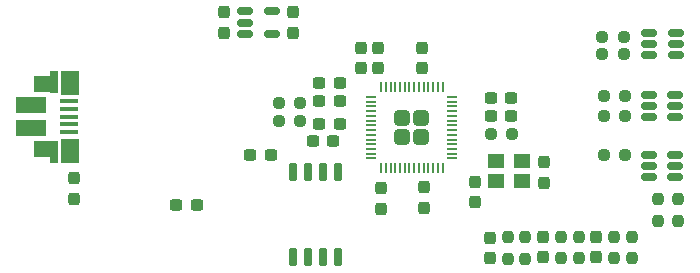
<source format=gbr>
%TF.GenerationSoftware,KiCad,Pcbnew,7.99.0-3522-gc5520b3eef-dirty*%
%TF.CreationDate,2024-01-06T21:25:36+00:00*%
%TF.ProjectId,lamp-controller,6c616d70-2d63-46f6-9e74-726f6c6c6572,rev?*%
%TF.SameCoordinates,Original*%
%TF.FileFunction,Paste,Top*%
%TF.FilePolarity,Positive*%
%FSLAX46Y46*%
G04 Gerber Fmt 4.6, Leading zero omitted, Abs format (unit mm)*
G04 Created by KiCad (PCBNEW 7.99.0-3522-gc5520b3eef-dirty) date 2024-01-06 21:25:36*
%MOMM*%
%LPD*%
G01*
G04 APERTURE LIST*
G04 Aperture macros list*
%AMRoundRect*
0 Rectangle with rounded corners*
0 $1 Rounding radius*
0 $2 $3 $4 $5 $6 $7 $8 $9 X,Y pos of 4 corners*
0 Add a 4 corners polygon primitive as box body*
4,1,4,$2,$3,$4,$5,$6,$7,$8,$9,$2,$3,0*
0 Add four circle primitives for the rounded corners*
1,1,$1+$1,$2,$3*
1,1,$1+$1,$4,$5*
1,1,$1+$1,$6,$7*
1,1,$1+$1,$8,$9*
0 Add four rect primitives between the rounded corners*
20,1,$1+$1,$2,$3,$4,$5,0*
20,1,$1+$1,$4,$5,$6,$7,0*
20,1,$1+$1,$6,$7,$8,$9,0*
20,1,$1+$1,$8,$9,$2,$3,0*%
G04 Aperture macros list end*
%ADD10R,1.400000X1.200000*%
%ADD11RoundRect,0.237500X-0.300000X-0.237500X0.300000X-0.237500X0.300000X0.237500X-0.300000X0.237500X0*%
%ADD12RoundRect,0.150000X-0.512500X-0.150000X0.512500X-0.150000X0.512500X0.150000X-0.512500X0.150000X0*%
%ADD13RoundRect,0.237500X0.237500X-0.300000X0.237500X0.300000X-0.237500X0.300000X-0.237500X-0.300000X0*%
%ADD14RoundRect,0.237500X-0.250000X-0.237500X0.250000X-0.237500X0.250000X0.237500X-0.250000X0.237500X0*%
%ADD15RoundRect,0.237500X-0.237500X0.250000X-0.237500X-0.250000X0.237500X-0.250000X0.237500X0.250000X0*%
%ADD16RoundRect,0.237500X0.237500X-0.250000X0.237500X0.250000X-0.237500X0.250000X-0.237500X-0.250000X0*%
%ADD17RoundRect,0.237500X0.250000X0.237500X-0.250000X0.237500X-0.250000X-0.237500X0.250000X-0.237500X0*%
%ADD18RoundRect,0.237500X-0.237500X0.300000X-0.237500X-0.300000X0.237500X-0.300000X0.237500X0.300000X0*%
%ADD19RoundRect,0.237500X0.300000X0.237500X-0.300000X0.237500X-0.300000X-0.237500X0.300000X-0.237500X0*%
%ADD20RoundRect,0.150000X0.150000X-0.650000X0.150000X0.650000X-0.150000X0.650000X-0.150000X-0.650000X0*%
%ADD21RoundRect,0.050000X0.387500X-0.050000X0.387500X0.050000X-0.387500X0.050000X-0.387500X-0.050000X0*%
%ADD22RoundRect,0.050000X0.050000X-0.387500X0.050000X0.387500X-0.050000X0.387500X-0.050000X-0.387500X0*%
%ADD23RoundRect,0.249999X0.395001X-0.395001X0.395001X0.395001X-0.395001X0.395001X-0.395001X-0.395001X0*%
%ADD24R,1.650000X0.400000*%
%ADD25R,0.700000X1.825000*%
%ADD26R,1.500000X2.000000*%
%ADD27R,2.000000X1.350000*%
%ADD28R,2.500000X1.430000*%
G04 APERTURE END LIST*
D10*
%TO.C,Y1*%
X150300000Y-78300000D03*
X148100000Y-78300000D03*
X148100000Y-80000000D03*
X150300000Y-80000000D03*
%TD*%
D11*
%TO.C,C4*%
X121000000Y-82000000D03*
X122725000Y-82000000D03*
%TD*%
D12*
%TO.C,Q1*%
X160975000Y-77750000D03*
X160975000Y-78700000D03*
X160975000Y-79650000D03*
X163250000Y-79650000D03*
X163250000Y-78700000D03*
X163250000Y-77750000D03*
%TD*%
D13*
%TO.C,C10*%
X141950000Y-82225000D03*
X141950000Y-80500000D03*
%TD*%
D14*
%TO.C,R6*%
X129675000Y-74900000D03*
X131500000Y-74900000D03*
%TD*%
D15*
%TO.C,R12*%
X159550000Y-84687500D03*
X159550000Y-86512500D03*
%TD*%
D16*
%TO.C,R16*%
X158050000Y-86512500D03*
X158050000Y-84687500D03*
%TD*%
D17*
%TO.C,R1*%
X158900000Y-67750000D03*
X157075000Y-67750000D03*
%TD*%
D18*
%TO.C,C20*%
X152150000Y-78375000D03*
X152150000Y-80100000D03*
%TD*%
%TO.C,C22*%
X147550000Y-84750000D03*
X147550000Y-86475000D03*
%TD*%
D11*
%TO.C,C6*%
X133100000Y-73200000D03*
X134825000Y-73200000D03*
%TD*%
D17*
%TO.C,R3*%
X159000000Y-72750000D03*
X157175000Y-72750000D03*
%TD*%
D16*
%TO.C,R14*%
X149050000Y-86550000D03*
X149050000Y-84725000D03*
%TD*%
D18*
%TO.C,C23*%
X152050000Y-84700000D03*
X152050000Y-86425000D03*
%TD*%
D19*
%TO.C,C11*%
X149350000Y-74450000D03*
X147625000Y-74450000D03*
%TD*%
D12*
%TO.C,U1*%
X126825000Y-65600000D03*
X126825000Y-66550000D03*
X126825000Y-67500000D03*
X129100000Y-67500000D03*
X129100000Y-65600000D03*
%TD*%
D17*
%TO.C,R2*%
X158900000Y-69250000D03*
X157075000Y-69250000D03*
%TD*%
D15*
%TO.C,R10*%
X150550000Y-84725000D03*
X150550000Y-86550000D03*
%TD*%
D19*
%TO.C,C7*%
X149350000Y-72950000D03*
X147625000Y-72950000D03*
%TD*%
D12*
%TO.C,Q2*%
X161000000Y-67400000D03*
X161000000Y-68350000D03*
X161000000Y-69300000D03*
X163275000Y-69300000D03*
X163275000Y-68350000D03*
X163275000Y-67400000D03*
%TD*%
D11*
%TO.C,C8*%
X132575000Y-76600000D03*
X134300000Y-76600000D03*
%TD*%
D18*
%TO.C,C21*%
X146300000Y-80025000D03*
X146300000Y-81750000D03*
%TD*%
%TO.C,C19*%
X112300000Y-79737500D03*
X112300000Y-81462500D03*
%TD*%
%TO.C,C24*%
X156550000Y-84687500D03*
X156550000Y-86412500D03*
%TD*%
D14*
%TO.C,R13*%
X147600000Y-75950000D03*
X149425000Y-75950000D03*
%TD*%
D17*
%TO.C,R4*%
X159000000Y-74500000D03*
X157175000Y-74500000D03*
%TD*%
D15*
%TO.C,R11*%
X155050000Y-84675000D03*
X155050000Y-86500000D03*
%TD*%
D18*
%TO.C,C2*%
X130900000Y-65675000D03*
X130900000Y-67400000D03*
%TD*%
%TO.C,C1*%
X125000000Y-65675000D03*
X125000000Y-67400000D03*
%TD*%
D17*
%TO.C,R5*%
X159000000Y-77750000D03*
X157175000Y-77750000D03*
%TD*%
D18*
%TO.C,C12*%
X141800000Y-68675000D03*
X141800000Y-70400000D03*
%TD*%
D20*
%TO.C,U2*%
X130890000Y-86400000D03*
X132160000Y-86400000D03*
X133430000Y-86400000D03*
X134700000Y-86400000D03*
X134700000Y-79200000D03*
X133430000Y-79200000D03*
X132160000Y-79200000D03*
X130890000Y-79200000D03*
%TD*%
D14*
%TO.C,R7*%
X129675000Y-73400000D03*
X131500000Y-73400000D03*
%TD*%
D21*
%TO.C,U3*%
X137500000Y-78050000D03*
X137500000Y-77650000D03*
X137500000Y-77250000D03*
X137500000Y-76850000D03*
X137500000Y-76450000D03*
X137500000Y-76050000D03*
X137500000Y-75650000D03*
X137500000Y-75250000D03*
X137500000Y-74850000D03*
X137500000Y-74450000D03*
X137500000Y-74050000D03*
X137500000Y-73650000D03*
X137500000Y-73250000D03*
X137500000Y-72850000D03*
D22*
X138337500Y-72012500D03*
X138737500Y-72012500D03*
X139137500Y-72012500D03*
X139537500Y-72012500D03*
X139937500Y-72012500D03*
X140337500Y-72012500D03*
X140737500Y-72012500D03*
X141137500Y-72012500D03*
X141537500Y-72012500D03*
X141937500Y-72012500D03*
X142337500Y-72012500D03*
X142737500Y-72012500D03*
X143137500Y-72012500D03*
X143537500Y-72012500D03*
D21*
X144375000Y-72850000D03*
X144375000Y-73250000D03*
X144375000Y-73650000D03*
X144375000Y-74050000D03*
X144375000Y-74450000D03*
X144375000Y-74850000D03*
X144375000Y-75250000D03*
X144375000Y-75650000D03*
X144375000Y-76050000D03*
X144375000Y-76450000D03*
X144375000Y-76850000D03*
X144375000Y-77250000D03*
X144375000Y-77650000D03*
X144375000Y-78050000D03*
D22*
X143537500Y-78887500D03*
X143137500Y-78887500D03*
X142737500Y-78887500D03*
X142337500Y-78887500D03*
X141937500Y-78887500D03*
X141537500Y-78887500D03*
X141137500Y-78887500D03*
X140737500Y-78887500D03*
X140337500Y-78887500D03*
X139937500Y-78887500D03*
X139537500Y-78887500D03*
X139137500Y-78887500D03*
X138737500Y-78887500D03*
X138337500Y-78887500D03*
D23*
X141737500Y-74650000D03*
X140137500Y-74650000D03*
X141737500Y-76250000D03*
X140137500Y-76250000D03*
%TD*%
D11*
%TO.C,C14*%
X133100000Y-75100000D03*
X134825000Y-75100000D03*
%TD*%
D16*
%TO.C,R15*%
X153550000Y-86500000D03*
X153550000Y-84675000D03*
%TD*%
%TO.C,R9*%
X161750000Y-83325000D03*
X161750000Y-81500000D03*
%TD*%
D18*
%TO.C,C15*%
X136600000Y-68675000D03*
X136600000Y-70400000D03*
%TD*%
D16*
%TO.C,R8*%
X163500000Y-83325000D03*
X163500000Y-81500000D03*
%TD*%
D24*
%TO.C,J8*%
X111880000Y-73220000D03*
X111880000Y-73870000D03*
X111880000Y-74520000D03*
X111880000Y-75170000D03*
X111880000Y-75820000D03*
D25*
X110680000Y-71570000D03*
D26*
X111980000Y-71670000D03*
D27*
X109930000Y-71790000D03*
D28*
X108730000Y-73560000D03*
X108730000Y-75480000D03*
D27*
X109930000Y-77270000D03*
D26*
X112000000Y-77420000D03*
D25*
X110680000Y-77520000D03*
%TD*%
D12*
%TO.C,Q3*%
X160975000Y-72650000D03*
X160975000Y-73600000D03*
X160975000Y-74550000D03*
X163250000Y-74550000D03*
X163250000Y-73600000D03*
X163250000Y-72650000D03*
%TD*%
D13*
%TO.C,C9*%
X138300000Y-82300000D03*
X138300000Y-80575000D03*
%TD*%
D11*
%TO.C,C16*%
X133100000Y-71700000D03*
X134825000Y-71700000D03*
%TD*%
D19*
%TO.C,C17*%
X129000000Y-77800000D03*
X127275000Y-77800000D03*
%TD*%
D18*
%TO.C,C13*%
X138100000Y-68675000D03*
X138100000Y-70400000D03*
%TD*%
M02*

</source>
